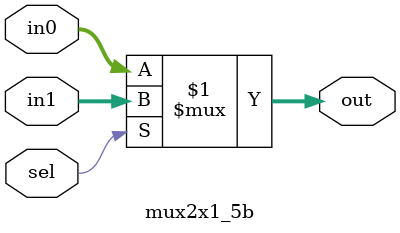
<source format=v>
`timescale 1ns / 1ps


///used between data memory (after) and registers memory(before)

module mux2x1 (
    input [31:0]in1,   
    input [31:0]in0,   
    input sel,          
    output [31:0]out      
);

    assign out= sel? in1:in0;  

endmodule


//used between  instruction memroy(after) and register memory(before)
module mux2x1_5b(
    input [4:0]in1,   
    input [4:0]in0,   
    input sel,          
    output [4:0]out      
);

    assign out= sel? in1:in0;  

endmodule

</source>
